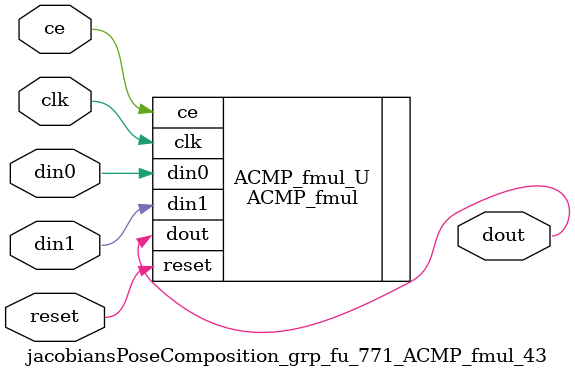
<source format=v>

`timescale 1 ns / 1 ps
module jacobiansPoseComposition_grp_fu_771_ACMP_fmul_43(
    clk,
    reset,
    ce,
    din0,
    din1,
    dout);

parameter ID = 32'd1;
parameter NUM_STAGE = 32'd1;
parameter din0_WIDTH = 32'd1;
parameter din1_WIDTH = 32'd1;
parameter dout_WIDTH = 32'd1;
input clk;
input reset;
input ce;
input[din0_WIDTH - 1:0] din0;
input[din1_WIDTH - 1:0] din1;
output[dout_WIDTH - 1:0] dout;



ACMP_fmul #(
.ID( ID ),
.NUM_STAGE( 4 ),
.din0_WIDTH( din0_WIDTH ),
.din1_WIDTH( din1_WIDTH ),
.dout_WIDTH( dout_WIDTH ))
ACMP_fmul_U(
    .clk( clk ),
    .reset( reset ),
    .ce( ce ),
    .din0( din0 ),
    .din1( din1 ),
    .dout( dout ));

endmodule

</source>
